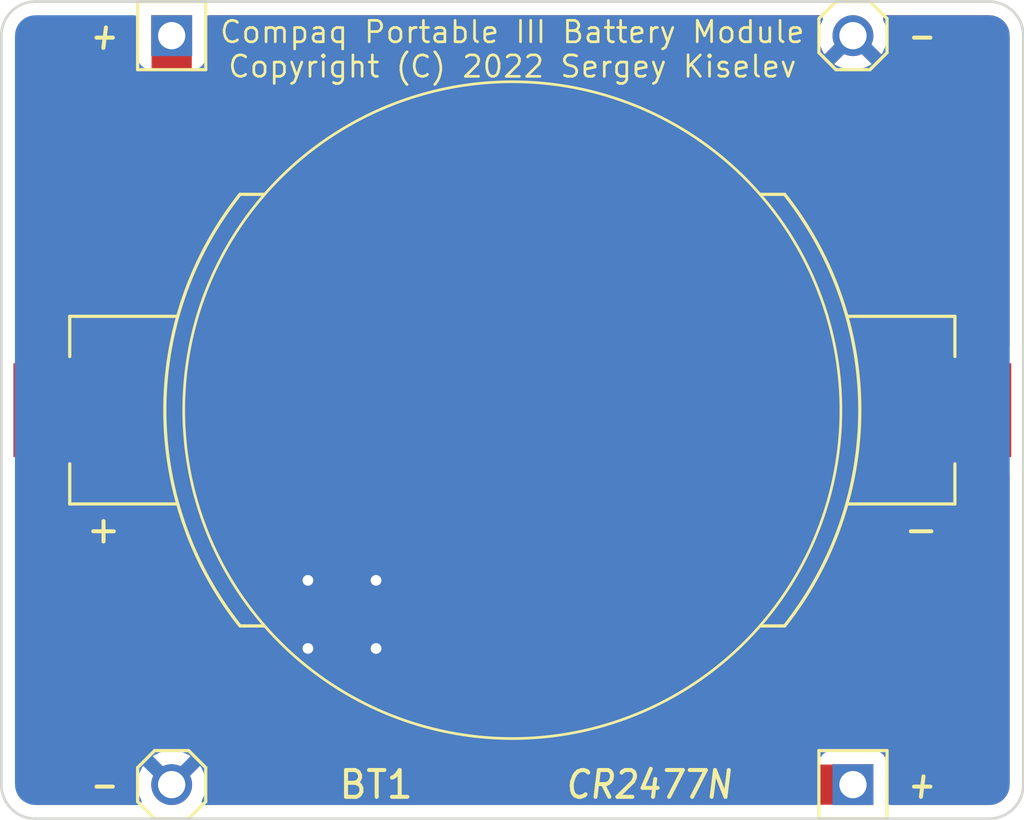
<source format=kicad_pcb>
(kicad_pcb (version 20211014) (generator pcbnew)
  (title_block (title "Compaq Portable III Battery Module") (date "2022-05-23") (rev "1.1") (company "Designed by Sergey Kiselev") (comment 2 "Licensed under CERN-OHL-S: https://cern-ohl.web.cern.ch") (comment 3 "Documentation and design files: https://github.com/skiselev/compaq-portable-iii-battery") (comment 4 "Compaq Portable III Battery Module is an open source hardware project"))
  (layers (0 "F.Cu" signal) (31 "B.Cu" signal) (34 "B.Paste" user) (35 "F.Paste" user) (36 "B.SilkS" user "B.Silkscreen") (37 "F.SilkS" user "F.Silkscreen") (38 "B.Mask" user) (39 "F.Mask" user) (44 "Edge.Cuts" user))
  (net 0 "")
  (net 1 "VMEM")
  (net 2 "GND")
  (footprint "My_Components:Conn_Pin_Header_1x1_2.54mm_NoKey" (layer "F.Cu") (at 133.35 77.47)
    (fp_text reference "J2" hide)
    (fp_text value "-" (at 2.54 0) (layer "F.SilkS") (effects (font (size 1 0.8) (thickness 0.15) italic)))
    (fp_line (start 1.27 0.635) (end 0.635 1.27) (layer "F.SilkS") (width 0.12))
    (fp_line (start -1.27 0.635) (end -1.27 -0.635) (layer "F.SilkS") (width 0.12))
    (fp_line (start 0.635 -1.27) (end 1.27 -0.635) (layer "F.SilkS") (width 0.12))
    (fp_line (start 0.635 1.27) (end -0.635 1.27) (layer "F.SilkS") (width 0.12))
    (fp_line (start -1.27 -0.635) (end -0.635 -1.27) (layer "F.SilkS") (width 0.12))
    (fp_line (start -0.635 1.27) (end -1.27 0.635) (layer "F.SilkS") (width 0.12))
    (fp_line (start -0.635 -1.27) (end 0.635 -1.27) (layer "F.SilkS") (width 0.12))
    (fp_line (start 1.27 -0.635) (end 1.27 0.635) (layer "F.SilkS") (width 0.12))
    (pad "1" thru_hole circle locked (at 0 0) (size 1.524 1.524) (drill 1.016) (layers *.Cu *.Mask) (net 2 "GND"))
  )
  (footprint "My_Components:Conn_Pin_Header_1x1_2.54mm" (layer "F.Cu") (at 107.95 77.47)
    (fp_text reference "J1" hide)
    (fp_text value "+" (at -2.54 0) (layer "F.SilkS") (effects (font (size 1 0.8) (thickness 0.15) italic)))
    (fp_line (start 1.27 1.27) (end -1.27 1.27) (layer "F.SilkS") (width 0.12))
    (fp_line (start -1.27 1.27) (end -1.27 -1.27) (layer "F.SilkS") (width 0.12))
    (fp_line (start 1.27 1.27) (end 1.27 -1.27) (layer "F.SilkS") (width 0.12))
    (fp_line (start -1.27 -1.27) (end 1.27 -1.27) (layer "F.SilkS") (width 0.12))
    (pad "1" thru_hole rect locked (at 0 0) (size 1.524 1.524) (drill 1.016) (layers *.Cu *.Mask) (net 1 "VMEM"))
  )
  (footprint "My_Components:Conn_Pin_Header_1x1_2.54mm" (layer "F.Cu") (at 133.35 105.41)
    (fp_text reference "J4" hide)
    (fp_text value "+" (at 2.54 0) (layer "F.SilkS") (effects (font (size 1 0.8) (thickness 0.15) italic)))
    (fp_line (start 1.27 1.27) (end -1.27 1.27) (layer "F.SilkS") (width 0.12))
    (fp_line (start -1.27 -1.27) (end 1.27 -1.27) (layer "F.SilkS") (width 0.12))
    (fp_line (start -1.27 1.27) (end -1.27 -1.27) (layer "F.SilkS") (width 0.12))
    (fp_line (start 1.27 1.27) (end 1.27 -1.27) (layer "F.SilkS") (width 0.12))
    (pad "1" thru_hole rect locked (at 0 0) (size 1.524 1.524) (drill 1.016) (layers *.Cu *.Mask) (net 1 "VMEM"))
  )
  (footprint "My_Components:Conn_Pin_Header_1x1_2.54mm_NoKey" (layer "F.Cu") (at 107.95 105.41)
    (fp_text reference "J3" hide)
    (fp_text value "-" (at -2.54 0) (layer "F.SilkS") (effects (font (size 1 0.8) (thickness 0.15) italic)))
    (fp_line (start -0.635 1.27) (end -1.27 0.635) (layer "F.SilkS") (width 0.12))
    (fp_line (start 1.27 -0.635) (end 1.27 0.635) (layer "F.SilkS") (width 0.12))
    (fp_line (start -0.635 -1.27) (end 0.635 -1.27) (layer "F.SilkS") (width 0.12))
    (fp_line (start 0.635 -1.27) (end 1.27 -0.635) (layer "F.SilkS") (width 0.12))
    (fp_line (start -1.27 -0.635) (end -0.635 -1.27) (layer "F.SilkS") (width 0.12))
    (fp_line (start -1.27 0.635) (end -1.27 -0.635) (layer "F.SilkS") (width 0.12))
    (fp_line (start 0.635 1.27) (end -0.635 1.27) (layer "F.SilkS") (width 0.12))
    (fp_line (start 1.27 0.635) (end 0.635 1.27) (layer "F.SilkS") (width 0.12))
    (pad "1" thru_hole circle locked (at 0 0) (size 1.524 1.524) (drill 1.016) (layers *.Cu *.Mask) (net 2 "GND"))
  )
  (footprint "My_Components:Battery_Holder_Renata_SMTU2477N-LF_Hand_Soldering" (layer "F.Cu") (at 120.65 91.44)
    (fp_text reference "BT1" (at -5.08 13.97) (layer "F.SilkS"))
    (fp_text value "CR2477N" (at 5.08 13.97) (layer "F.SilkS") (effects (font (size 1 0.9) (thickness 0.15) italic)))
    (fp_text user "-" (at 15.24 4.445 unlocked) (layer "F.SilkS"))
    (fp_text user "+" (at -15.24 4.445 unlocked) (layer "F.SilkS"))
    (fp_line (start -16.5 -3.5) (end -12.5 -3.5) (layer "F.SilkS") (width 0.12))
    (fp_line (start -16.5 2) (end -16.5 3.5) (layer "F.SilkS") (width 0.12))
    (fp_line (start -16.5 3.5) (end -12.5 3.5) (layer "F.SilkS") (width 0.12))
    (fp_line (start 10 8.05) (end 10.15 8.05) (layer "F.SilkS") (width 0.12))
    (fp_line (start -9.25 -8.05) (end -10 -8.05) (layer "F.SilkS") (width 0.12))
    (fp_line (start 10 -8.05) (end 10.149999 -8.049999) (layer "F.SilkS") (width 0.12))
    (fp_line (start 9.25 8.05) (end 10 8.05) (layer "F.SilkS") (width 0.12))
    (fp_line (start -10 -8.05) (end -10.149999 -8.049999) (layer "F.SilkS") (width 0.12))
    (fp_line (start 16.5 3.5) (end 12.5 3.5) (layer "F.SilkS") (width 0.12))
    (fp_line (start -10 8.05) (end -10.149999 8.049999) (layer "F.SilkS") (width 0.12))
    (fp_line (start 16.5 2) (end 16.5 3.5) (layer "F.SilkS") (width 0.12))
    (fp_line (start 16.5 -2) (end 16.5 -3.5) (layer "F.SilkS") (width 0.12))
    (fp_line (start -9.25 8.05) (end -10 8.05) (layer "F.SilkS") (width 0.12))
    (fp_line (start -16.5 -2) (end -16.5 -3.5) (layer "F.SilkS") (width 0.12))
    (fp_line (start 9.25 -8.05) (end 10 -8.05) (layer "F.SilkS") (width 0.12))
    (fp_line (start 16.5 -3.5) (end 12.5 -3.5) (layer "F.SilkS") (width 0.12))
    (fp_arc (start -10.149999 8.049999) (mid -12.954727 0) (end -10.149999 -8.049999) (layer "F.SilkS") (width 0.12))
    (fp_arc (start 10.149999 -8.049999) (mid 12.954727 -0.004074) (end 10.155061 8.043613) (layer "F.SilkS") (width 0.12))
    (fp_circle (center 0 0) (end 12.25 0) (layer "F.SilkS") (width 0.1) (fill none))
    (pad "1" smd rect (at -17.1 0) (size 3 3.5) (layers "F.Cu" "F.Paste" "F.Mask") (net 1 "VMEM"))
    (pad "2" smd rect (at 17.1 0) (size 3 3.5) (layers "F.Cu" "F.Paste" "F.Mask") (net 2 "GND"))
  )
  (gr_line (start 101.6 105.41) (end 101.6 77.47) (layer "Edge.Cuts") (width 0.1))
  (gr_arc (start 102.87 106.68) (mid 101.971974 106.308026) (end 101.6 105.41) (layer "Edge.Cuts") (width 0.1))
  (gr_line (start 102.87 76.2) (end 138.43 76.2) (layer "Edge.Cuts") (width 0.1))
  (gr_arc (start 139.7 105.41) (mid 139.328026 106.308026) (end 138.43 106.68) (layer "Edge.Cuts") (width 0.1))
  (gr_line (start 138.43 106.68) (end 102.87 106.68) (layer "Edge.Cuts") (width 0.1))
  (gr_arc (start 101.6 77.47) (mid 101.971974 76.571974) (end 102.87 76.2) (layer "Edge.Cuts") (width 0.1))
  (gr_arc (start 138.43 76.2) (mid 139.328026 76.571974) (end 139.7 77.47) (layer "Edge.Cuts") (width 0.1))
  (gr_line (start 139.7 77.47) (end 139.7 105.41) (layer "Edge.Cuts") (width 0.1))
  (gr_text "Compaq Portable III Battery Module\nCopyright (C) 2022 Sergey Kiselev" (at 120.65 77.978) (layer "F.SilkS") (effects (font (size 0.8 0.8) (thickness 0.1))))
  (segment (start 107.95 91.44) (end 107.95 99.06) (width 1.5) (layer "F.Cu") (net 1))
  (segment (start 107.95 91.44) (end 103.55 91.44) (width 1.5) (layer "F.Cu") (net 1))
  (segment (start 107.95 77.47) (end 107.95 91.44) (width 1.5) (layer "F.Cu") (net 1))
  (segment (start 107.95 99.06) (end 114.3 105.41) (width 1.5) (layer "F.Cu") (net 1))
  (segment (start 114.3 105.41) (end 133.35 105.41) (width 1.5) (layer "F.Cu") (net 1))
  (segment (start 133.35 77.47) (end 137.75 81.87) (width 0.25) (layer "F.Cu") (net 2))
  (segment (start 115.57 97.79) (end 113.03 97.79) (width 0.25) (layer "F.Cu") (net 2))
  (segment (start 121.92 91.44) (end 137.75 91.44) (width 0.25) (layer "F.Cu") (net 2))
  (segment (start 113.03 100.33) (end 121.92 91.44) (width 0.25) (layer "F.Cu") (net 2))
  (segment (start 137.75 81.87) (end 137.75 91.44) (width 0.25) (layer "F.Cu") (net 2))
  (via (at 115.57 100.33) (size 0.8) (drill 0.4) (layers "F.Cu" "B.Cu") (net 2))
  (via (at 113.03 97.79) (size 0.8) (drill 0.4) (layers "F.Cu" "B.Cu") (net 2))
  (via (at 113.03 100.33) (size 0.8) (drill 0.4) (layers "F.Cu" "B.Cu") (net 2))
  (via (at 115.57 97.79) (size 0.8) (drill 0.4) (layers "F.Cu" "B.Cu") (net 2))
  (segment (start 115.57 97.79) (end 115.57 100.33) (width 0.25) (layer "B.Cu") (net 2))
  (segment (start 107.95 105.41) (end 113.03 100.33) (width 0.25) (layer "B.Cu") (net 2))
  (zone (net 2) (net_name "GND") (layer "F.Cu") (connect_pads (clearance 0.508)) (min_thickness 0.254) (fill yes (thermal_gap 0.508) (thermal_bridge_width 0.508))
    (polygon (pts (xy 139.7 106.68) (xy 115.57 106.68) (xy 107.95 99.06) (xy 107.95 76.2) (xy 139.7 76.2)))
  )
  (zone (net 2) (net_name "GND") (layer "B.Cu") (connect_pads (clearance 0.508)) (min_thickness 0.254) (fill yes (thermal_gap 0.508) (thermal_bridge_width 0.508))
    (polygon (pts (xy 139.7 106.68) (xy 101.6 106.68) (xy 101.6 76.2) (xy 139.7 76.2)))
  )
)
</source>
